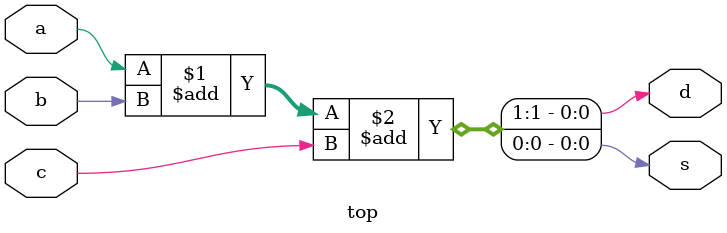
<source format=v>
`default_nettype none
module top(a, b, c, s, d);
    input wire a, b, c;
    output wire s, d;

    assign {d, s} = a + b + c;
endmodule

</source>
